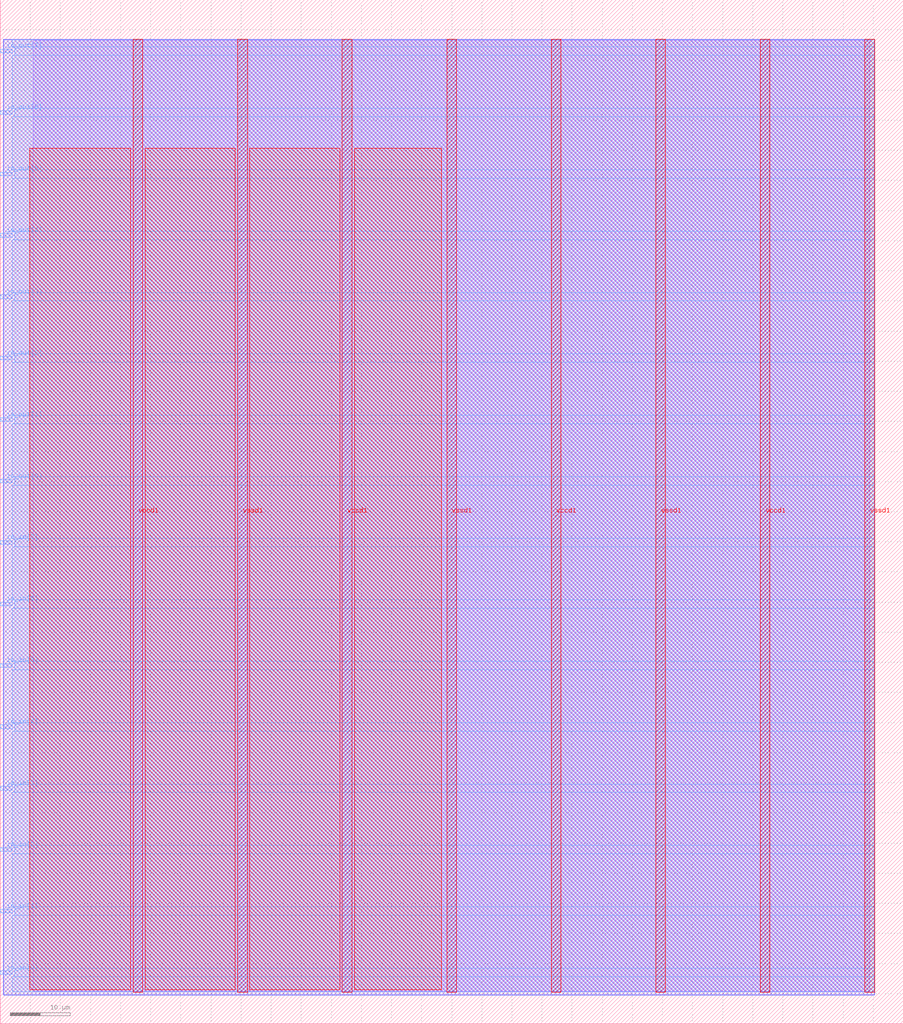
<source format=lef>
VERSION 5.7 ;
  NOWIREEXTENSIONATPIN ON ;
  DIVIDERCHAR "/" ;
  BUSBITCHARS "[]" ;
MACRO femto_top
  CLASS BLOCK ;
  FOREIGN femto_top ;
  ORIGIN 0.000 0.000 ;
  SIZE 150.000 BY 170.000 ;
  PIN io_in[0]
    DIRECTION INPUT ;
    USE SIGNAL ;
    PORT
      LAYER met3 ;
        RECT 0.000 8.200 2.000 8.800 ;
    END
  END io_in[0]
  PIN io_in[1]
    DIRECTION INPUT ;
    USE SIGNAL ;
    PORT
      LAYER met3 ;
        RECT 0.000 18.400 2.000 19.000 ;
    END
  END io_in[1]
  PIN io_in[2]
    DIRECTION INPUT ;
    USE SIGNAL ;
    PORT
      LAYER met3 ;
        RECT 0.000 28.600 2.000 29.200 ;
    END
  END io_in[2]
  PIN io_in[3]
    DIRECTION INPUT ;
    USE SIGNAL ;
    PORT
      LAYER met3 ;
        RECT 0.000 38.800 2.000 39.400 ;
    END
  END io_in[3]
  PIN io_in[4]
    DIRECTION INPUT ;
    USE SIGNAL ;
    PORT
      LAYER met3 ;
        RECT 0.000 49.000 2.000 49.600 ;
    END
  END io_in[4]
  PIN io_in[5]
    DIRECTION INPUT ;
    USE SIGNAL ;
    PORT
      LAYER met3 ;
        RECT 0.000 59.200 2.000 59.800 ;
    END
  END io_in[5]
  PIN io_in[6]
    DIRECTION INPUT ;
    USE SIGNAL ;
    PORT
      LAYER met3 ;
        RECT 0.000 69.400 2.000 70.000 ;
    END
  END io_in[6]
  PIN io_in[7]
    DIRECTION INPUT ;
    USE SIGNAL ;
    PORT
      LAYER met3 ;
        RECT 0.000 79.600 2.000 80.200 ;
    END
  END io_in[7]
  PIN io_out[0]
    DIRECTION OUTPUT TRISTATE ;
    USE SIGNAL ;
    PORT
      LAYER met3 ;
        RECT 0.000 89.800 2.000 90.400 ;
    END
  END io_out[0]
  PIN io_out[1]
    DIRECTION OUTPUT TRISTATE ;
    USE SIGNAL ;
    PORT
      LAYER met3 ;
        RECT 0.000 100.000 2.000 100.600 ;
    END
  END io_out[1]
  PIN io_out[2]
    DIRECTION OUTPUT TRISTATE ;
    USE SIGNAL ;
    PORT
      LAYER met3 ;
        RECT 0.000 110.200 2.000 110.800 ;
    END
  END io_out[2]
  PIN io_out[3]
    DIRECTION OUTPUT TRISTATE ;
    USE SIGNAL ;
    PORT
      LAYER met3 ;
        RECT 0.000 120.400 2.000 121.000 ;
    END
  END io_out[3]
  PIN io_out[4]
    DIRECTION OUTPUT TRISTATE ;
    USE SIGNAL ;
    PORT
      LAYER met3 ;
        RECT 0.000 130.600 2.000 131.200 ;
    END
  END io_out[4]
  PIN io_out[5]
    DIRECTION OUTPUT TRISTATE ;
    USE SIGNAL ;
    PORT
      LAYER met3 ;
        RECT 0.000 140.800 2.000 141.400 ;
    END
  END io_out[5]
  PIN io_out[6]
    DIRECTION OUTPUT TRISTATE ;
    USE SIGNAL ;
    PORT
      LAYER met3 ;
        RECT 0.000 151.000 2.000 151.600 ;
    END
  END io_out[6]
  PIN io_out[7]
    DIRECTION OUTPUT TRISTATE ;
    USE SIGNAL ;
    PORT
      LAYER met3 ;
        RECT 0.000 161.200 2.000 161.800 ;
    END
  END io_out[7]
  PIN vccd1
    DIRECTION INOUT ;
    USE POWER ;
    PORT
      LAYER met4 ;
        RECT 22.085 5.200 23.685 163.440 ;
    END
    PORT
      LAYER met4 ;
        RECT 56.815 5.200 58.415 163.440 ;
    END
    PORT
      LAYER met4 ;
        RECT 91.545 5.200 93.145 163.440 ;
    END
    PORT
      LAYER met4 ;
        RECT 126.275 5.200 127.875 163.440 ;
    END
  END vccd1
  PIN vssd1
    DIRECTION INOUT ;
    USE GROUND ;
    PORT
      LAYER met4 ;
        RECT 39.450 5.200 41.050 163.440 ;
    END
    PORT
      LAYER met4 ;
        RECT 74.180 5.200 75.780 163.440 ;
    END
    PORT
      LAYER met4 ;
        RECT 108.910 5.200 110.510 163.440 ;
    END
    PORT
      LAYER met4 ;
        RECT 143.640 5.200 145.240 163.440 ;
    END
  END vssd1
  OBS
      LAYER li1 ;
        RECT 5.520 5.355 144.440 163.285 ;
      LAYER met1 ;
        RECT 0.530 4.800 145.240 163.440 ;
      LAYER met2 ;
        RECT 0.560 4.770 145.210 163.385 ;
      LAYER met3 ;
        RECT 2.000 162.200 145.230 163.365 ;
        RECT 2.400 160.800 145.230 162.200 ;
        RECT 2.000 152.000 145.230 160.800 ;
        RECT 2.400 150.600 145.230 152.000 ;
        RECT 2.000 141.800 145.230 150.600 ;
        RECT 2.400 140.400 145.230 141.800 ;
        RECT 2.000 131.600 145.230 140.400 ;
        RECT 2.400 130.200 145.230 131.600 ;
        RECT 2.000 121.400 145.230 130.200 ;
        RECT 2.400 120.000 145.230 121.400 ;
        RECT 2.000 111.200 145.230 120.000 ;
        RECT 2.400 109.800 145.230 111.200 ;
        RECT 2.000 101.000 145.230 109.800 ;
        RECT 2.400 99.600 145.230 101.000 ;
        RECT 2.000 90.800 145.230 99.600 ;
        RECT 2.400 89.400 145.230 90.800 ;
        RECT 2.000 80.600 145.230 89.400 ;
        RECT 2.400 79.200 145.230 80.600 ;
        RECT 2.000 70.400 145.230 79.200 ;
        RECT 2.400 69.000 145.230 70.400 ;
        RECT 2.000 60.200 145.230 69.000 ;
        RECT 2.400 58.800 145.230 60.200 ;
        RECT 2.000 50.000 145.230 58.800 ;
        RECT 2.400 48.600 145.230 50.000 ;
        RECT 2.000 39.800 145.230 48.600 ;
        RECT 2.400 38.400 145.230 39.800 ;
        RECT 2.000 29.600 145.230 38.400 ;
        RECT 2.400 28.200 145.230 29.600 ;
        RECT 2.000 19.400 145.230 28.200 ;
        RECT 2.400 18.000 145.230 19.400 ;
        RECT 2.000 9.200 145.230 18.000 ;
        RECT 2.400 7.800 145.230 9.200 ;
        RECT 2.000 5.275 145.230 7.800 ;
      LAYER met4 ;
        RECT 4.895 5.615 21.685 145.345 ;
        RECT 24.085 5.615 39.050 145.345 ;
        RECT 41.450 5.615 56.415 145.345 ;
        RECT 58.815 5.615 73.305 145.345 ;
  END
END femto_top
END LIBRARY


</source>
